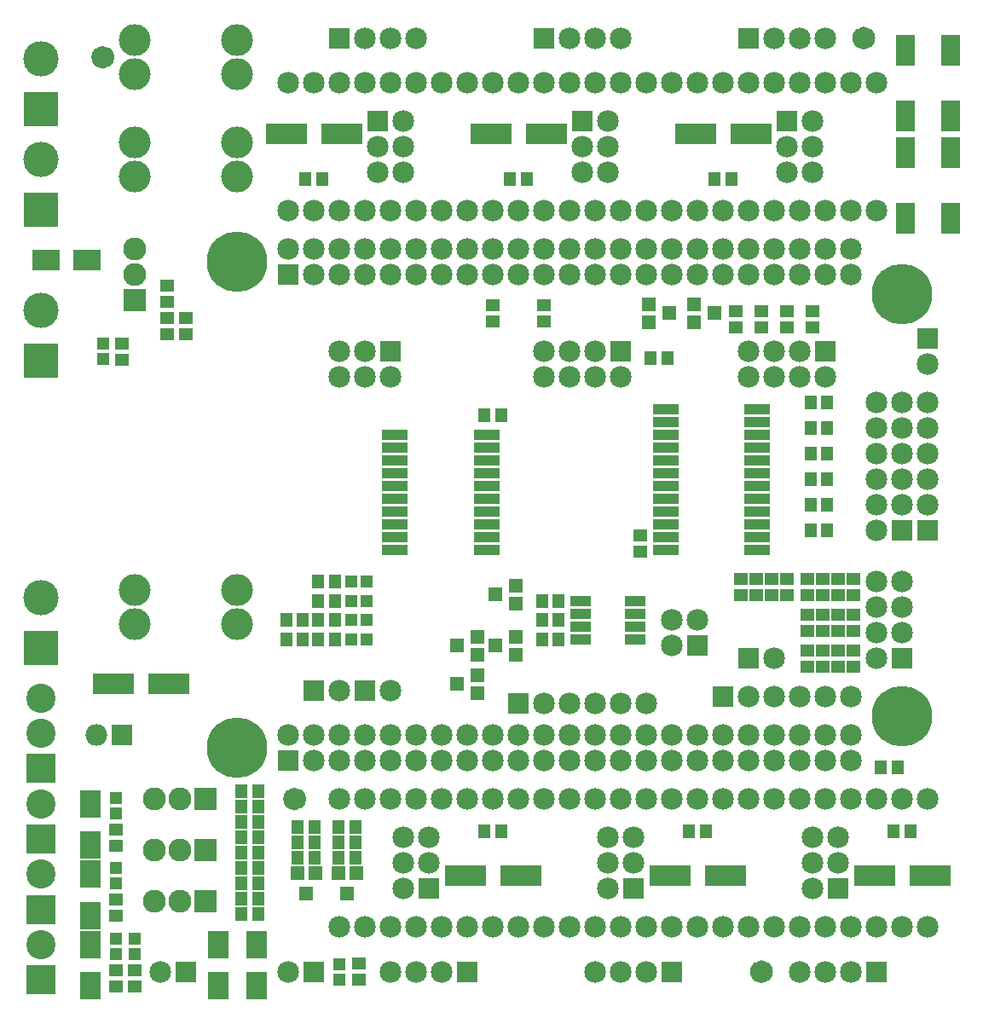
<source format=gts>
G04 #@! TF.FileFunction,Soldermask,Top*
%FSLAX46Y46*%
G04 Gerber Fmt 4.6, Leading zero omitted, Abs format (unit mm)*
G04 Created by KiCad (PCBNEW (after 2015-may-25 BZR unknown)-product) date 10/06/2015 1:45:06 PM*
%MOMM*%
G01*
G04 APERTURE LIST*
%ADD10C,0.150000*%
%ADD11C,0.762000*%
%ADD12C,3.508000*%
%ADD13R,3.508000X3.508000*%
%ADD14R,2.159000X2.159000*%
%ADD15O,2.159000X2.159000*%
%ADD16C,3.158000*%
%ADD17C,2.032000*%
%ADD18C,2.159000*%
%ADD19R,4.107180X2.108200*%
%ADD20C,2.286000*%
%ADD21R,2.286000X2.286000*%
%ADD22R,2.159000X2.032000*%
%ADD23R,1.905000X3.007360*%
%ADD24R,1.422400X1.422400*%
%ADD25C,2.908000*%
%ADD26R,2.908000X2.908000*%
%ADD27C,6.008000*%
%ADD28R,1.438000X1.298000*%
%ADD29R,1.298000X1.438000*%
%ADD30R,1.308000X1.308000*%
%ADD31R,2.508000X1.108000*%
%ADD32R,2.108000X1.108000*%
%ADD33R,2.058000X2.708000*%
%ADD34R,2.708000X2.058000*%
G04 APERTURE END LIST*
D10*
D11*
X26797000Y113030000D02*
G75*
G03X26797000Y113030000I-762000J0D01*
G01*
X92202000Y22225000D02*
G75*
G03X92202000Y22225000I-762000J0D01*
G01*
X45847000Y39370000D02*
G75*
G03X45847000Y39370000I-762000J0D01*
G01*
X102362000Y114935000D02*
G75*
G03X102362000Y114935000I-762000J0D01*
G01*
D12*
X19900000Y87900000D03*
D13*
X19900000Y82900000D03*
D14*
X27940000Y45720000D03*
D15*
X25400000Y45720000D03*
D16*
X29190000Y111330000D03*
X29190000Y114730000D03*
X39390000Y111330000D03*
X39390000Y114730000D03*
D17*
X26035000Y113030000D03*
X91440000Y22225000D03*
D14*
X46990000Y50165000D03*
D18*
X49530000Y50165000D03*
D14*
X52070000Y50165000D03*
D18*
X54610000Y50165000D03*
D14*
X90170000Y53340000D03*
D18*
X92710000Y53340000D03*
D19*
X67520820Y31750000D03*
X62019180Y31750000D03*
X27094180Y50800000D03*
X32595820Y50800000D03*
X87840820Y31750000D03*
X82339180Y31750000D03*
X84879180Y105410000D03*
X90380820Y105410000D03*
X64559180Y105410000D03*
X70060820Y105410000D03*
X44239180Y105410000D03*
X49740820Y105410000D03*
D20*
X29210000Y91440000D03*
X29210000Y93980000D03*
D21*
X29210000Y88900000D03*
D20*
X33655000Y34290000D03*
X31115000Y34290000D03*
D21*
X36195000Y34290000D03*
D20*
X33655000Y29210000D03*
X31115000Y29210000D03*
D21*
X36195000Y29210000D03*
D20*
X33655000Y39370000D03*
X31115000Y39370000D03*
D21*
X36195000Y39370000D03*
D22*
X49530000Y114935000D03*
D18*
X52070000Y114935000D03*
X54610000Y114935000D03*
X57150000Y114935000D03*
D22*
X69850000Y114935000D03*
D18*
X72390000Y114935000D03*
X74930000Y114935000D03*
X77470000Y114935000D03*
D22*
X90170000Y114935000D03*
D18*
X92710000Y114935000D03*
X95250000Y114935000D03*
X97790000Y114935000D03*
D22*
X102870000Y22225000D03*
D18*
X100330000Y22225000D03*
X97790000Y22225000D03*
X95250000Y22225000D03*
D23*
X105699560Y103578660D03*
X110200440Y103578660D03*
X105699560Y97078800D03*
X110200440Y97078800D03*
D22*
X82550000Y22225000D03*
D18*
X80010000Y22225000D03*
X77470000Y22225000D03*
X74930000Y22225000D03*
D22*
X62230000Y22225000D03*
D18*
X59690000Y22225000D03*
X57150000Y22225000D03*
X54610000Y22225000D03*
D19*
X108160820Y31750000D03*
X102659180Y31750000D03*
D24*
X49403000Y32004000D03*
X51181000Y32004000D03*
X50292000Y29972000D03*
X45339000Y32004000D03*
X47117000Y32004000D03*
X46228000Y29972000D03*
D14*
X46990000Y22225000D03*
D18*
X44450000Y22225000D03*
D14*
X34290000Y22225000D03*
D18*
X31750000Y22225000D03*
D14*
X107950000Y85090000D03*
D18*
X107950000Y82550000D03*
D14*
X107950000Y66040000D03*
D18*
X107950000Y68580000D03*
X107950000Y71120000D03*
X107950000Y73660000D03*
X107950000Y76200000D03*
X107950000Y78740000D03*
D14*
X105410000Y66040000D03*
D18*
X102870000Y66040000D03*
X105410000Y68580000D03*
X102870000Y68580000D03*
X105410000Y71120000D03*
X102870000Y71120000D03*
X105410000Y73660000D03*
X102870000Y73660000D03*
X105410000Y76200000D03*
X102870000Y76200000D03*
X105410000Y78740000D03*
X102870000Y78740000D03*
D24*
X67056000Y60579000D03*
X67056000Y58801000D03*
X65024000Y59690000D03*
D23*
X105699560Y113738660D03*
X110200440Y113738660D03*
X105699560Y107238800D03*
X110200440Y107238800D03*
D24*
X63246000Y51689000D03*
X63246000Y49911000D03*
X61214000Y50800000D03*
X67056000Y55499000D03*
X67056000Y53721000D03*
X65024000Y54610000D03*
D14*
X67310000Y48895000D03*
D18*
X69850000Y48895000D03*
X72390000Y48895000D03*
X74930000Y48895000D03*
X77470000Y48895000D03*
X80010000Y48895000D03*
D14*
X87630000Y49530000D03*
D18*
X90170000Y49530000D03*
X92710000Y49530000D03*
X95250000Y49530000D03*
X97790000Y49530000D03*
X100330000Y49530000D03*
D24*
X84709000Y86741000D03*
X84709000Y88519000D03*
X86741000Y87630000D03*
X80264000Y86741000D03*
X80264000Y88519000D03*
X82296000Y87630000D03*
D14*
X44450000Y43180000D03*
D18*
X44450000Y45720000D03*
X46990000Y43180000D03*
X46990000Y45720000D03*
X49530000Y43180000D03*
X49530000Y45720000D03*
X52070000Y43180000D03*
X52070000Y45720000D03*
X54610000Y43180000D03*
X54610000Y45720000D03*
X57150000Y43180000D03*
X57150000Y45720000D03*
X59690000Y43180000D03*
X59690000Y45720000D03*
X62230000Y43180000D03*
X62230000Y45720000D03*
X64770000Y43180000D03*
X64770000Y45720000D03*
X67310000Y43180000D03*
X67310000Y45720000D03*
X69850000Y43180000D03*
X69850000Y45720000D03*
X72390000Y43180000D03*
X72390000Y45720000D03*
X74930000Y43180000D03*
X74930000Y45720000D03*
X77470000Y43180000D03*
X77470000Y45720000D03*
X80010000Y43180000D03*
X80010000Y45720000D03*
X82550000Y43180000D03*
X82550000Y45720000D03*
X85090000Y43180000D03*
X85090000Y45720000D03*
X87630000Y43180000D03*
X87630000Y45720000D03*
X90170000Y43180000D03*
X90170000Y45720000D03*
X92710000Y43180000D03*
X92710000Y45720000D03*
X95250000Y43180000D03*
X95250000Y45720000D03*
X97790000Y43180000D03*
X97790000Y45720000D03*
X100330000Y43180000D03*
X100330000Y45720000D03*
D14*
X44450000Y91440000D03*
D18*
X44450000Y93980000D03*
X46990000Y91440000D03*
X46990000Y93980000D03*
X49530000Y91440000D03*
X49530000Y93980000D03*
X52070000Y91440000D03*
X52070000Y93980000D03*
X54610000Y91440000D03*
X54610000Y93980000D03*
X57150000Y91440000D03*
X57150000Y93980000D03*
X59690000Y91440000D03*
X59690000Y93980000D03*
X62230000Y91440000D03*
X62230000Y93980000D03*
X64770000Y91440000D03*
X64770000Y93980000D03*
X67310000Y91440000D03*
X67310000Y93980000D03*
X69850000Y91440000D03*
X69850000Y93980000D03*
X72390000Y91440000D03*
X72390000Y93980000D03*
X74930000Y91440000D03*
X74930000Y93980000D03*
X77470000Y91440000D03*
X77470000Y93980000D03*
X80010000Y91440000D03*
X80010000Y93980000D03*
X82550000Y91440000D03*
X82550000Y93980000D03*
X85090000Y91440000D03*
X85090000Y93980000D03*
X87630000Y91440000D03*
X87630000Y93980000D03*
X90170000Y91440000D03*
X90170000Y93980000D03*
X92710000Y91440000D03*
X92710000Y93980000D03*
X95250000Y91440000D03*
X95250000Y93980000D03*
X97790000Y91440000D03*
X97790000Y93980000D03*
X100330000Y91440000D03*
X100330000Y93980000D03*
X67310000Y39370000D03*
X64770000Y39370000D03*
X62230000Y39370000D03*
X59690000Y39370000D03*
X57150000Y39370000D03*
X54610000Y39370000D03*
X52070000Y39370000D03*
X49530000Y39370000D03*
X49530000Y26670000D03*
X52070000Y26670000D03*
X54610000Y26670000D03*
X57150000Y26670000D03*
X59690000Y26670000D03*
X62230000Y26670000D03*
X64770000Y26670000D03*
X67310000Y26670000D03*
X87630000Y39370000D03*
X85090000Y39370000D03*
X82550000Y39370000D03*
X80010000Y39370000D03*
X77470000Y39370000D03*
X74930000Y39370000D03*
X72390000Y39370000D03*
X69850000Y39370000D03*
X69850000Y26670000D03*
X72390000Y26670000D03*
X74930000Y26670000D03*
X77470000Y26670000D03*
X80010000Y26670000D03*
X82550000Y26670000D03*
X85090000Y26670000D03*
X87630000Y26670000D03*
X107950000Y39370000D03*
X105410000Y39370000D03*
X102870000Y39370000D03*
X100330000Y39370000D03*
X97790000Y39370000D03*
X95250000Y39370000D03*
X92710000Y39370000D03*
X90170000Y39370000D03*
X90170000Y26670000D03*
X92710000Y26670000D03*
X95250000Y26670000D03*
X97790000Y26670000D03*
X100330000Y26670000D03*
X102870000Y26670000D03*
X105410000Y26670000D03*
X107950000Y26670000D03*
X85090000Y97790000D03*
X87630000Y97790000D03*
X90170000Y97790000D03*
X92710000Y97790000D03*
X95250000Y97790000D03*
X97790000Y97790000D03*
X100330000Y97790000D03*
X102870000Y97790000D03*
X102870000Y110490000D03*
X100330000Y110490000D03*
X97790000Y110490000D03*
X95250000Y110490000D03*
X92710000Y110490000D03*
X90170000Y110490000D03*
X87630000Y110490000D03*
X85090000Y110490000D03*
X64770000Y97790000D03*
X67310000Y97790000D03*
X69850000Y97790000D03*
X72390000Y97790000D03*
X74930000Y97790000D03*
X77470000Y97790000D03*
X80010000Y97790000D03*
X82550000Y97790000D03*
X82550000Y110490000D03*
X80010000Y110490000D03*
X77470000Y110490000D03*
X74930000Y110490000D03*
X72390000Y110490000D03*
X69850000Y110490000D03*
X67310000Y110490000D03*
X64770000Y110490000D03*
X44450000Y97790000D03*
X46990000Y97790000D03*
X49530000Y97790000D03*
X52070000Y97790000D03*
X54610000Y97790000D03*
X57150000Y97790000D03*
X59690000Y97790000D03*
X62230000Y97790000D03*
X62230000Y110490000D03*
X59690000Y110490000D03*
X57150000Y110490000D03*
X54610000Y110490000D03*
X52070000Y110490000D03*
X49530000Y110490000D03*
X46990000Y110490000D03*
X44450000Y110490000D03*
D12*
X19900000Y59400000D03*
D13*
X19900000Y54400000D03*
D12*
X19900000Y112900000D03*
D13*
X19900000Y107900000D03*
D12*
X19900000Y102900000D03*
D13*
X19900000Y97900000D03*
D25*
X19900000Y38900000D03*
D26*
X19900000Y35400000D03*
D25*
X19900000Y24900000D03*
D26*
X19900000Y21400000D03*
D25*
X19900000Y31900000D03*
D26*
X19900000Y28400000D03*
D25*
X19900000Y45900000D03*
D26*
X19900000Y42400000D03*
D25*
X19900000Y49400000D03*
D27*
X105410000Y47625000D03*
X39370000Y44450000D03*
X39370000Y92710000D03*
X105410000Y89535000D03*
D28*
X34290000Y85540000D03*
X34290000Y87180000D03*
X64770000Y86810000D03*
X64770000Y88450000D03*
D29*
X103320000Y42545000D03*
X104960000Y42545000D03*
D28*
X69850000Y88450000D03*
X69850000Y86810000D03*
D29*
X41460000Y30988000D03*
X39820000Y30988000D03*
X41460000Y35560000D03*
X39820000Y35560000D03*
X41460000Y40132000D03*
X39820000Y40132000D03*
X45408000Y36576000D03*
X47048000Y36576000D03*
X49472000Y36576000D03*
X51112000Y36576000D03*
X44265000Y57150000D03*
X45905000Y57150000D03*
X97975000Y66040000D03*
X96335000Y66040000D03*
X97975000Y68580000D03*
X96335000Y68580000D03*
X97975000Y71120000D03*
X96335000Y71120000D03*
X97975000Y73660000D03*
X96335000Y73660000D03*
X97975000Y76200000D03*
X96335000Y76200000D03*
X97975000Y78740000D03*
X96335000Y78740000D03*
D28*
X96520000Y87815000D03*
X96520000Y86175000D03*
X93980000Y87815000D03*
X93980000Y86175000D03*
X91440000Y87815000D03*
X91440000Y86175000D03*
X88900000Y87815000D03*
X88900000Y86175000D03*
D29*
X80460000Y83185000D03*
X82100000Y83185000D03*
X47440000Y57150000D03*
X49080000Y57150000D03*
X47440000Y60960000D03*
X49080000Y60960000D03*
X51112000Y35052000D03*
X49472000Y35052000D03*
X47048000Y35052000D03*
X45408000Y35052000D03*
X39820000Y34036000D03*
X41460000Y34036000D03*
X39820000Y38608000D03*
X41460000Y38608000D03*
X39820000Y29464000D03*
X41460000Y29464000D03*
D28*
X32385000Y87180000D03*
X32385000Y85540000D03*
X29210000Y20770000D03*
X29210000Y22410000D03*
X51435000Y23045000D03*
X51435000Y21405000D03*
D29*
X47440000Y55245000D03*
X49080000Y55245000D03*
D28*
X99060000Y61272000D03*
X99060000Y59632000D03*
X92456000Y59632000D03*
X92456000Y61272000D03*
X99060000Y57716000D03*
X99060000Y56076000D03*
X99060000Y54160000D03*
X99060000Y52520000D03*
X100584000Y54160000D03*
X100584000Y52520000D03*
X27305000Y34740000D03*
X27305000Y36380000D03*
D29*
X44265000Y55245000D03*
X45905000Y55245000D03*
D28*
X27940000Y83000000D03*
X27940000Y84640000D03*
X27305000Y27755000D03*
X27305000Y29395000D03*
X27305000Y20770000D03*
X27305000Y22410000D03*
X93980000Y59632000D03*
X93980000Y61272000D03*
X100584000Y59632000D03*
X100584000Y61272000D03*
X100584000Y57716000D03*
X100584000Y56076000D03*
D29*
X47440000Y59055000D03*
X49080000Y59055000D03*
X88450000Y100965000D03*
X86810000Y100965000D03*
X47810000Y100965000D03*
X46170000Y100965000D03*
X68130000Y100965000D03*
X66490000Y100965000D03*
X104590000Y36195000D03*
X106230000Y36195000D03*
X84270000Y36195000D03*
X85910000Y36195000D03*
X63950000Y36195000D03*
X65590000Y36195000D03*
X69665000Y57150000D03*
X71305000Y57150000D03*
X69665000Y59055000D03*
X71305000Y59055000D03*
D30*
X52185000Y57150000D03*
X50685000Y57150000D03*
X52185000Y60960000D03*
X50685000Y60960000D03*
X52185000Y55245000D03*
X50685000Y55245000D03*
X29210000Y25515000D03*
X29210000Y24015000D03*
X49530000Y22975000D03*
X49530000Y21475000D03*
X26035000Y84570000D03*
X26035000Y83070000D03*
X27305000Y25515000D03*
X27305000Y24015000D03*
X27305000Y39485000D03*
X27305000Y37985000D03*
X27305000Y32500000D03*
X27305000Y31000000D03*
X52185000Y59055000D03*
X50685000Y59055000D03*
D28*
X79375000Y63950000D03*
X79375000Y65590000D03*
X97536000Y54160000D03*
X97536000Y52520000D03*
X97536000Y57716000D03*
X97536000Y56076000D03*
X90932000Y59632000D03*
X90932000Y61272000D03*
X97536000Y61272000D03*
X97536000Y59632000D03*
D29*
X65590000Y77470000D03*
X63950000Y77470000D03*
X71305000Y55245000D03*
X69665000Y55245000D03*
D28*
X89408000Y59632000D03*
X89408000Y61272000D03*
X96012000Y57716000D03*
X96012000Y56076000D03*
X96012000Y61272000D03*
X96012000Y59632000D03*
X96012000Y54160000D03*
X96012000Y52520000D03*
D31*
X55040000Y75565000D03*
X55040000Y74295000D03*
X55040000Y73025000D03*
X55040000Y71755000D03*
X55040000Y70485000D03*
X55040000Y69215000D03*
X55040000Y67945000D03*
X55040000Y66675000D03*
X55040000Y65405000D03*
X55040000Y64135000D03*
X64135000Y64135000D03*
X64135000Y65405000D03*
X64135000Y66675000D03*
X64135000Y67945000D03*
X64135000Y69215000D03*
X64135000Y70485000D03*
X64135000Y71755000D03*
X64135000Y73025000D03*
X64135000Y74295000D03*
X64135000Y75565000D03*
X91010000Y64135000D03*
X91010000Y65405000D03*
X91010000Y66675000D03*
X91010000Y67945000D03*
X91010000Y69215000D03*
X91010000Y70485000D03*
X91010000Y71755000D03*
X91010000Y73025000D03*
X91010000Y74295000D03*
X91010000Y75565000D03*
X91010000Y76835000D03*
X91010000Y78105000D03*
X81915000Y78105000D03*
X81915000Y76835000D03*
X81915000Y75565000D03*
X81915000Y74295000D03*
X81915000Y73025000D03*
X81915000Y71755000D03*
X81915000Y70485000D03*
X81915000Y69215000D03*
X81915000Y67945000D03*
X81915000Y66675000D03*
X81915000Y65405000D03*
X81915000Y64135000D03*
D32*
X78900000Y55245000D03*
X78900000Y56515000D03*
X78900000Y57785000D03*
X78900000Y59055000D03*
X73500000Y59055000D03*
X73500000Y57785000D03*
X73500000Y56515000D03*
X73500000Y55245000D03*
D14*
X97790000Y83820000D03*
D18*
X97790000Y81280000D03*
X95250000Y83820000D03*
X95250000Y81280000D03*
X92710000Y83820000D03*
X92710000Y81280000D03*
X90170000Y83820000D03*
X90170000Y81280000D03*
D14*
X77470000Y83820000D03*
D18*
X77470000Y81280000D03*
X74930000Y83820000D03*
X74930000Y81280000D03*
X72390000Y83820000D03*
X72390000Y81280000D03*
X69850000Y83820000D03*
X69850000Y81280000D03*
D14*
X105410000Y53340000D03*
D18*
X102870000Y53340000D03*
X105410000Y55880000D03*
X102870000Y55880000D03*
X105410000Y58420000D03*
X102870000Y58420000D03*
X105410000Y60960000D03*
X102870000Y60960000D03*
D14*
X78740000Y30480000D03*
D18*
X76200000Y30480000D03*
X78740000Y33020000D03*
X76200000Y33020000D03*
X78740000Y35560000D03*
X76200000Y35560000D03*
D14*
X99060000Y30480000D03*
D18*
X96520000Y30480000D03*
X99060000Y33020000D03*
X96520000Y33020000D03*
X99060000Y35560000D03*
X96520000Y35560000D03*
D14*
X58420000Y30480000D03*
D18*
X55880000Y30480000D03*
X58420000Y33020000D03*
X55880000Y33020000D03*
X58420000Y35560000D03*
X55880000Y35560000D03*
D14*
X93980000Y106680000D03*
D18*
X96520000Y106680000D03*
X93980000Y104140000D03*
X96520000Y104140000D03*
X93980000Y101600000D03*
X96520000Y101600000D03*
D14*
X73660000Y106680000D03*
D18*
X76200000Y106680000D03*
X73660000Y104140000D03*
X76200000Y104140000D03*
X73660000Y101600000D03*
X76200000Y101600000D03*
D14*
X53340000Y106680000D03*
D18*
X55880000Y106680000D03*
X53340000Y104140000D03*
X55880000Y104140000D03*
X53340000Y101600000D03*
X55880000Y101600000D03*
D14*
X54610000Y83820000D03*
D18*
X54610000Y81280000D03*
X52070000Y83820000D03*
X52070000Y81280000D03*
X49530000Y83820000D03*
X49530000Y81280000D03*
D14*
X85090000Y54610000D03*
D18*
X82550000Y54610000D03*
X85090000Y57150000D03*
X82550000Y57150000D03*
D16*
X29190000Y56720000D03*
X29190000Y60120000D03*
X39390000Y56720000D03*
X39390000Y60120000D03*
X29190000Y101170000D03*
X29190000Y104570000D03*
X39390000Y101170000D03*
X39390000Y104570000D03*
D29*
X39820000Y27940000D03*
X41460000Y27940000D03*
X39820000Y32512000D03*
X41460000Y32512000D03*
X39820000Y37084000D03*
X41460000Y37084000D03*
D28*
X32385000Y90355000D03*
X32385000Y88715000D03*
D29*
X49472000Y33528000D03*
X51112000Y33528000D03*
X45408000Y33528000D03*
X47048000Y33528000D03*
D17*
X45085000Y39370000D03*
X101600000Y114935000D03*
D24*
X63246000Y55499000D03*
X63246000Y53721000D03*
X61214000Y54610000D03*
D33*
X37465000Y20810000D03*
X37465000Y24910000D03*
X41275000Y20810000D03*
X41275000Y24910000D03*
X24765000Y34780000D03*
X24765000Y38880000D03*
X24765000Y27795000D03*
X24765000Y31895000D03*
D34*
X20350000Y92900000D03*
X24450000Y92900000D03*
D33*
X24765000Y20810000D03*
X24765000Y24910000D03*
M02*

</source>
